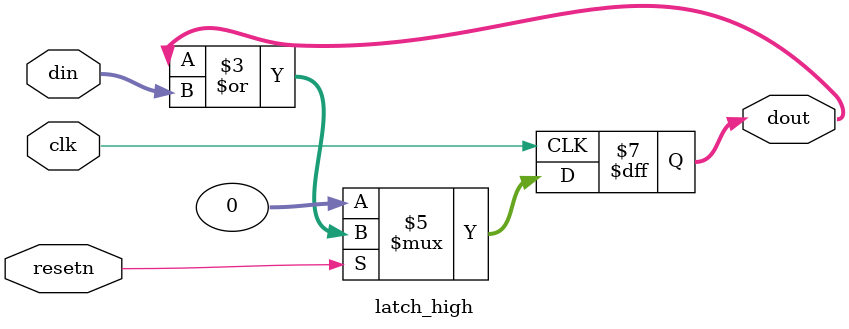
<source format=v>
`timescale 1 ns / 1 ps

module latch_high #(
  parameter integer WIDTH = 32
)(
  input  wire                          clk,
  input  wire                          resetn,
  input  wire [WIDTH-1:0]              din,
  output reg  [WIDTH-1:0]              dout
);
  always @(posedge clk) begin
    if (~resetn) begin
      dout <= {WIDTH{1'b0}};
    end else begin
      dout <= dout | din;
    end
  end
endmodule

</source>
